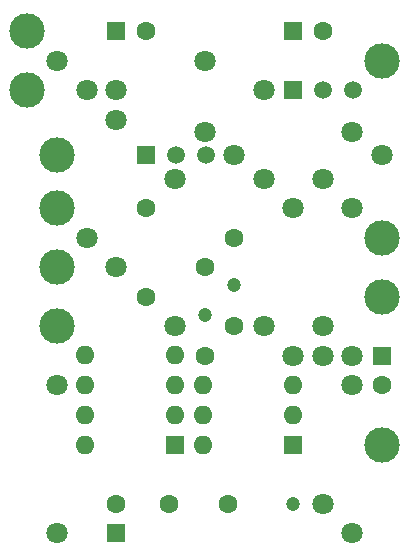
<source format=gbr>
%TF.GenerationSoftware,KiCad,Pcbnew,5.1.10*%
%TF.CreationDate,2021-12-12T21:50:47+01:00*%
%TF.ProjectId,Magnetbandinterface_4k-System,4d61676e-6574-4626-916e-64696e746572,rev?*%
%TF.SameCoordinates,Original*%
%TF.FileFunction,Copper,L1,Top*%
%TF.FilePolarity,Positive*%
%FSLAX46Y46*%
G04 Gerber Fmt 4.6, Leading zero omitted, Abs format (unit mm)*
G04 Created by KiCad (PCBNEW 5.1.10) date 2021-12-12 21:50:47*
%MOMM*%
%LPD*%
G01*
G04 APERTURE LIST*
%TA.AperFunction,ComponentPad*%
%ADD10C,1.600000*%
%TD*%
%TA.AperFunction,ComponentPad*%
%ADD11C,3.000000*%
%TD*%
%TA.AperFunction,ComponentPad*%
%ADD12C,1.800000*%
%TD*%
%TA.AperFunction,ComponentPad*%
%ADD13R,1.500000X1.500000*%
%TD*%
%TA.AperFunction,ComponentPad*%
%ADD14C,1.500000*%
%TD*%
%TA.AperFunction,ComponentPad*%
%ADD15O,1.600000X1.600000*%
%TD*%
%TA.AperFunction,ComponentPad*%
%ADD16R,1.600000X1.600000*%
%TD*%
%TA.AperFunction,ViaPad*%
%ADD17C,1.200000*%
%TD*%
G04 APERTURE END LIST*
D10*
%TO.P,C14,2*%
%TO.N,Net-(C13-Pad1)*%
X119500000Y-118500000D03*
%TO.P,C14,1*%
%TO.N,Net-(C14-Pad1)*%
X119500000Y-126000000D03*
%TD*%
%TO.P,C13,2*%
%TO.N,GND*%
X117000000Y-128500000D03*
%TO.P,C13,1*%
%TO.N,Net-(C13-Pad1)*%
X117000000Y-121000000D03*
%TD*%
%TO.P,C2,2*%
%TO.N,GND*%
X112000000Y-123500000D03*
%TO.P,C2,1*%
%TO.N,Net-(C2-Pad1)*%
X112000000Y-116000000D03*
%TD*%
D11*
%TO.P,TP10,1*%
%TO.N,/L*%
X132000000Y-103500000D03*
%TD*%
%TO.P,TP9,1*%
%TO.N,+5P*%
X102000000Y-106000000D03*
%TD*%
%TO.P,TP8,1*%
%TO.N,Net-(R4-Pad1)*%
X104500000Y-116000000D03*
%TD*%
%TO.P,TP7,1*%
%TO.N,Net-(C1-Pad1)*%
X102000000Y-101000000D03*
%TD*%
%TO.P,TP6,1*%
%TO.N,GND*%
X104500000Y-121000000D03*
%TD*%
%TO.P,TP5,1*%
%TO.N,/P30*%
X104500000Y-126000000D03*
%TD*%
%TO.P,TP4,1*%
%TO.N,/P36*%
X104500000Y-111500000D03*
%TD*%
%TO.P,TP3,1*%
%TO.N,/A*%
X132000000Y-118500000D03*
%TD*%
%TO.P,TP2,1*%
%TO.N,GND*%
X132000000Y-123500000D03*
%TD*%
%TO.P,TP1,1*%
%TO.N,/E*%
X132000000Y-136000000D03*
%TD*%
D12*
%TO.P,R19,2*%
%TO.N,GND*%
X124500000Y-128500000D03*
%TO.P,R19,1*%
%TO.N,/A*%
X124500000Y-116000000D03*
%TD*%
%TO.P,R18,2*%
%TO.N,GND*%
X129500000Y-116000000D03*
%TO.P,R18,1*%
%TO.N,Net-(C16-Pad1)*%
X129500000Y-128500000D03*
%TD*%
%TO.P,R17,2*%
%TO.N,Net-(C16-Pad1)*%
X129500000Y-131000000D03*
%TO.P,R17,1*%
%TO.N,+5P*%
X129500000Y-143500000D03*
%TD*%
%TO.P,R15,2*%
%TO.N,Net-(C3-Pad2)*%
X104500000Y-131000000D03*
%TO.P,R15,1*%
%TO.N,+5P*%
X104500000Y-143500000D03*
%TD*%
%TO.P,R14,2*%
%TO.N,/P36*%
X107000000Y-106000000D03*
%TO.P,R14,1*%
%TO.N,Net-(C13-Pad1)*%
X107000000Y-118500000D03*
%TD*%
%TO.P,R13,2*%
%TO.N,Net-(C18-Pad1)*%
X117000000Y-103500000D03*
%TO.P,R13,1*%
%TO.N,+5P*%
X104500000Y-103500000D03*
%TD*%
%TO.P,R8,2*%
%TO.N,GND*%
X127000000Y-113500000D03*
%TO.P,R8,1*%
%TO.N,Net-(C3-Pad1)*%
X127000000Y-126000000D03*
%TD*%
%TO.P,R7,2*%
%TO.N,Net-(C3-Pad1)*%
X127000000Y-128500000D03*
%TO.P,R7,1*%
%TO.N,+5P*%
X127000000Y-141000000D03*
%TD*%
%TO.P,R6,2*%
%TO.N,/A*%
X122000000Y-113500000D03*
%TO.P,R6,1*%
%TO.N,Net-(C14-Pad1)*%
X122000000Y-126000000D03*
%TD*%
%TO.P,R5,2*%
%TO.N,GND*%
X114500000Y-126000000D03*
%TO.P,R5,1*%
%TO.N,Net-(C2-Pad1)*%
X114500000Y-113500000D03*
%TD*%
%TO.P,R4,2*%
%TO.N,GND*%
X109500000Y-121000000D03*
%TO.P,R4,1*%
%TO.N,Net-(R4-Pad1)*%
X109500000Y-108500000D03*
%TD*%
%TO.P,R3,2*%
%TO.N,/P36*%
X109500000Y-106000000D03*
%TO.P,R3,1*%
%TO.N,Net-(R3-Pad1)*%
X122000000Y-106000000D03*
%TD*%
%TO.P,R2,2*%
%TO.N,/P36*%
X117000000Y-109500000D03*
%TO.P,R2,1*%
%TO.N,+5P*%
X129500000Y-109500000D03*
%TD*%
%TO.P,R1,2*%
%TO.N,Net-(C1-Pad2)*%
X119500000Y-111500000D03*
%TO.P,R1,1*%
%TO.N,+5P*%
X132000000Y-111500000D03*
%TD*%
D13*
%TO.P,T2,1*%
%TO.N,Net-(C2-Pad1)*%
X112000000Y-111500000D03*
D14*
%TO.P,T2,3*%
%TO.N,Net-(C1-Pad2)*%
X117080000Y-111500000D03*
%TO.P,T2,2*%
%TO.N,Net-(R4-Pad1)*%
X114540000Y-111500000D03*
%TD*%
D13*
%TO.P,T1,1*%
%TO.N,GND*%
X124500000Y-106000000D03*
D14*
%TO.P,T1,3*%
%TO.N,Net-(C18-Pad1)*%
X129580000Y-106000000D03*
%TO.P,T1,2*%
%TO.N,Net-(R3-Pad1)*%
X127040000Y-106000000D03*
%TD*%
D15*
%TO.P,U18,6*%
%TO.N,Net-(U18-Pad6)*%
X116880000Y-136000000D03*
%TO.P,U18,3*%
%TO.N,Net-(C3-Pad1)*%
X124500000Y-130920000D03*
%TO.P,U18,5*%
%TO.N,Net-(C3-Pad2)*%
X116880000Y-133460000D03*
%TO.P,U18,2*%
%TO.N,Net-(C16-Pad1)*%
X124500000Y-133460000D03*
%TO.P,U18,4*%
%TO.N,GND*%
X116880000Y-130920000D03*
D16*
%TO.P,U18,1*%
%TO.N,+5P*%
X124500000Y-136000000D03*
%TD*%
D15*
%TO.P,U17,8*%
%TO.N,+5P*%
X106880000Y-136000000D03*
%TO.P,U17,4*%
X114500000Y-128380000D03*
%TO.P,U17,7*%
%TO.N,Net-(U17-Pad7)*%
X106880000Y-133460000D03*
%TO.P,U17,3*%
%TO.N,/P30*%
X114500000Y-130920000D03*
%TO.P,U17,6*%
%TO.N,Net-(C3-Pad2)*%
X106880000Y-130920000D03*
%TO.P,U17,2*%
X114500000Y-133460000D03*
%TO.P,U17,5*%
%TO.N,Net-(U17-Pad5)*%
X106880000Y-128380000D03*
D16*
%TO.P,U17,1*%
%TO.N,GND*%
X114500000Y-136000000D03*
%TD*%
D10*
%TO.P,C18,2*%
%TO.N,/L*%
X127000000Y-101000000D03*
D16*
%TO.P,C18,1*%
%TO.N,Net-(C18-Pad1)*%
X124500000Y-101000000D03*
%TD*%
D10*
%TO.P,C17,2*%
%TO.N,GND*%
X109500000Y-141000000D03*
D16*
%TO.P,C17,1*%
%TO.N,+5P*%
X109500000Y-143500000D03*
%TD*%
D10*
%TO.P,C16,2*%
%TO.N,/E*%
X132000000Y-131000000D03*
D16*
%TO.P,C16,1*%
%TO.N,Net-(C16-Pad1)*%
X132000000Y-128500000D03*
%TD*%
D10*
%TO.P,C3,2*%
%TO.N,Net-(C3-Pad2)*%
X114000000Y-141000000D03*
%TO.P,C3,1*%
%TO.N,Net-(C3-Pad1)*%
X119000000Y-141000000D03*
%TD*%
%TO.P,C1,2*%
%TO.N,Net-(C1-Pad2)*%
X112000000Y-101000000D03*
D16*
%TO.P,C1,1*%
%TO.N,Net-(C1-Pad1)*%
X109500000Y-101000000D03*
%TD*%
D17*
%TO.N,Net-(C3-Pad1)*%
X124500000Y-141000000D03*
%TO.N,Net-(C13-Pad1)*%
X119500000Y-122500000D03*
X117000000Y-125000000D03*
%TD*%
M02*

</source>
